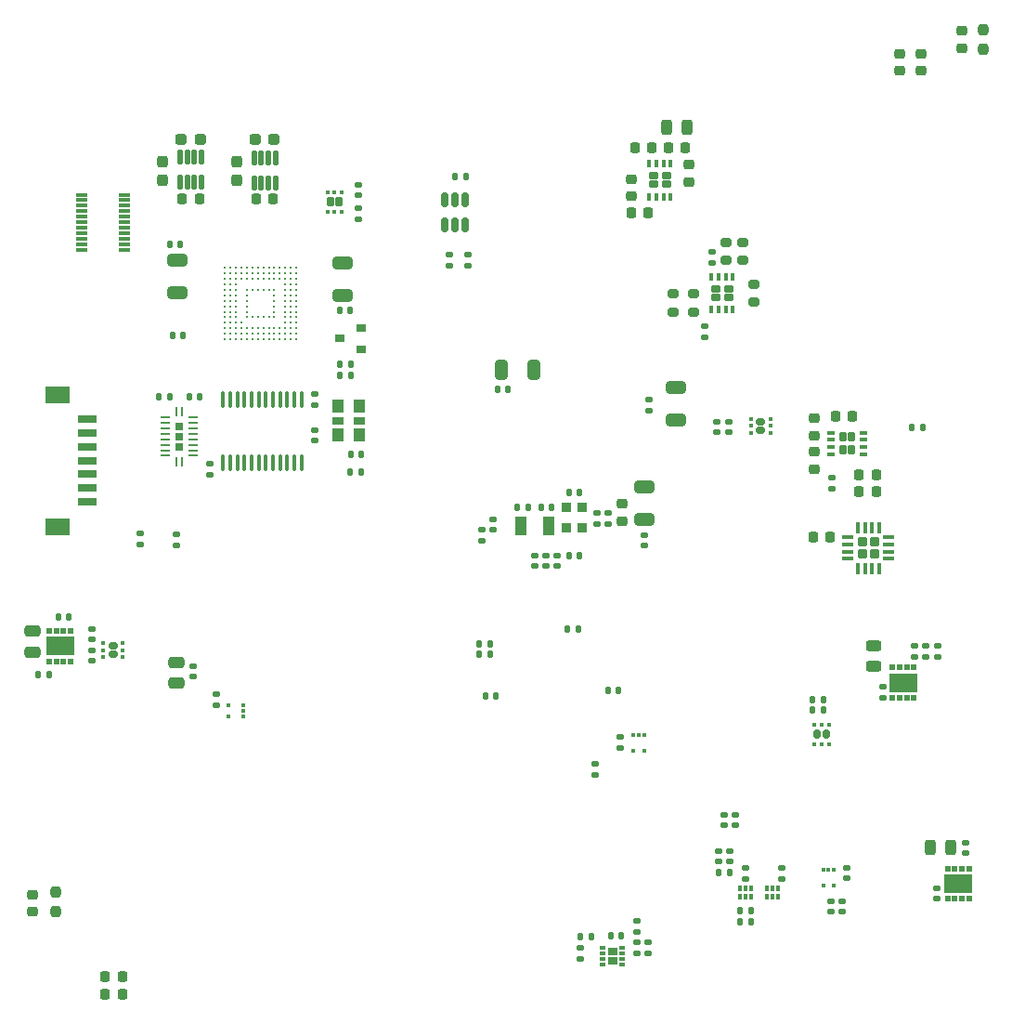
<source format=gbp>
G04 #@! TF.GenerationSoftware,KiCad,Pcbnew,7.0.0-da2b9df05c~171~ubuntu22.04.1*
G04 #@! TF.CreationDate,2023-04-04T23:18:37+03:00*
G04 #@! TF.ProjectId,satnogs-comms,7361746e-6f67-4732-9d63-6f6d6d732e6b,rev?*
G04 #@! TF.SameCoordinates,PX4eb9cf0PY82ce540*
G04 #@! TF.FileFunction,Paste,Bot*
G04 #@! TF.FilePolarity,Positive*
%FSLAX46Y46*%
G04 Gerber Fmt 4.6, Leading zero omitted, Abs format (unit mm)*
G04 Created by KiCad (PCBNEW 7.0.0-da2b9df05c~171~ubuntu22.04.1) date 2023-04-04 23:18:37*
%MOMM*%
%LPD*%
G01*
G04 APERTURE LIST*
G04 Aperture macros list*
%AMRoundRect*
0 Rectangle with rounded corners*
0 $1 Rounding radius*
0 $2 $3 $4 $5 $6 $7 $8 $9 X,Y pos of 4 corners*
0 Add a 4 corners polygon primitive as box body*
4,1,4,$2,$3,$4,$5,$6,$7,$8,$9,$2,$3,0*
0 Add four circle primitives for the rounded corners*
1,1,$1+$1,$2,$3*
1,1,$1+$1,$4,$5*
1,1,$1+$1,$6,$7*
1,1,$1+$1,$8,$9*
0 Add four rect primitives between the rounded corners*
20,1,$1+$1,$2,$3,$4,$5,0*
20,1,$1+$1,$4,$5,$6,$7,0*
20,1,$1+$1,$6,$7,$8,$9,0*
20,1,$1+$1,$8,$9,$2,$3,0*%
%AMOutline4P*
0 Free polygon, 4 corners , with rotation*
0 The origin of the aperture is its center*
0 number of corners: always 4*
0 $1 to $8 corner X, Y*
0 $9 Rotation angle, in degrees counterclockwise*
0 create outline with 4 corners*
4,1,4,$1,$2,$3,$4,$5,$6,$7,$8,$1,$2,$9*%
G04 Aperture macros list end*
%ADD10RoundRect,0.147500X0.172500X-0.147500X0.172500X0.147500X-0.172500X0.147500X-0.172500X-0.147500X0*%
%ADD11RoundRect,0.147500X-0.147500X-0.172500X0.147500X-0.172500X0.147500X0.172500X-0.147500X0.172500X0*%
%ADD12RoundRect,0.212500X-0.212500X-0.212500X0.212500X-0.212500X0.212500X0.212500X-0.212500X0.212500X0*%
%ADD13RoundRect,0.087500X-0.425000X-0.087500X0.425000X-0.087500X0.425000X0.087500X-0.425000X0.087500X0*%
%ADD14RoundRect,0.087500X-0.087500X-0.425000X0.087500X-0.425000X0.087500X0.425000X-0.087500X0.425000X0*%
%ADD15RoundRect,0.218750X-0.218750X-0.256250X0.218750X-0.256250X0.218750X0.256250X-0.218750X0.256250X0*%
%ADD16RoundRect,0.237500X0.287500X0.237500X-0.287500X0.237500X-0.287500X-0.237500X0.287500X-0.237500X0*%
%ADD17RoundRect,0.237500X0.237500X-0.287500X0.237500X0.287500X-0.237500X0.287500X-0.237500X-0.287500X0*%
%ADD18C,0.240000*%
%ADD19RoundRect,0.218750X0.256250X-0.218750X0.256250X0.218750X-0.256250X0.218750X-0.256250X-0.218750X0*%
%ADD20RoundRect,0.218750X0.218750X0.256250X-0.218750X0.256250X-0.218750X-0.256250X0.218750X-0.256250X0*%
%ADD21RoundRect,0.150000X-0.315000X0.150000X-0.315000X-0.150000X0.315000X-0.150000X0.315000X0.150000X0*%
%ADD22RoundRect,0.075000X-0.075000X0.275000X-0.075000X-0.275000X0.075000X-0.275000X0.075000X0.275000X0*%
%ADD23RoundRect,0.147500X0.147500X0.172500X-0.147500X0.172500X-0.147500X-0.172500X0.147500X-0.172500X0*%
%ADD24RoundRect,0.250000X-0.650000X0.325000X-0.650000X-0.325000X0.650000X-0.325000X0.650000X0.325000X0*%
%ADD25RoundRect,0.147500X-0.172500X0.147500X-0.172500X-0.147500X0.172500X-0.147500X0.172500X0.147500X0*%
%ADD26RoundRect,0.250000X0.325000X0.650000X-0.325000X0.650000X-0.325000X-0.650000X0.325000X-0.650000X0*%
%ADD27RoundRect,0.218750X-0.256250X0.218750X-0.256250X-0.218750X0.256250X-0.218750X0.256250X0.218750X0*%
%ADD28R,1.000000X1.800000*%
%ADD29RoundRect,0.250000X0.650000X-0.325000X0.650000X0.325000X-0.650000X0.325000X-0.650000X-0.325000X0*%
%ADD30R,0.470000X0.560000*%
%ADD31R,2.520000X1.700000*%
%ADD32RoundRect,0.243750X0.243750X0.456250X-0.243750X0.456250X-0.243750X-0.456250X0.243750X-0.456250X0*%
%ADD33RoundRect,0.140000X0.140000X0.170000X-0.140000X0.170000X-0.140000X-0.170000X0.140000X-0.170000X0*%
%ADD34RoundRect,0.135000X-0.135000X-0.185000X0.135000X-0.185000X0.135000X0.185000X-0.135000X0.185000X0*%
%ADD35RoundRect,0.135000X-0.185000X0.135000X-0.185000X-0.135000X0.185000X-0.135000X0.185000X0.135000X0*%
%ADD36RoundRect,0.160000X0.245000X0.160000X-0.245000X0.160000X-0.245000X-0.160000X0.245000X-0.160000X0*%
%ADD37RoundRect,0.093750X0.093750X0.106250X-0.093750X0.106250X-0.093750X-0.106250X0.093750X-0.106250X0*%
%ADD38RoundRect,0.160000X0.160000X-0.245000X0.160000X0.245000X-0.160000X0.245000X-0.160000X-0.245000X0*%
%ADD39RoundRect,0.093750X0.106250X-0.093750X0.106250X0.093750X-0.106250X0.093750X-0.106250X-0.093750X0*%
%ADD40R,0.300000X0.450000*%
%ADD41RoundRect,0.243750X-0.456250X0.243750X-0.456250X-0.243750X0.456250X-0.243750X0.456250X0.243750X0*%
%ADD42RoundRect,0.135000X0.185000X-0.135000X0.185000X0.135000X-0.185000X0.135000X-0.185000X-0.135000X0*%
%ADD43RoundRect,0.150000X-0.150000X-0.315000X0.150000X-0.315000X0.150000X0.315000X-0.150000X0.315000X0*%
%ADD44RoundRect,0.075000X-0.275000X-0.075000X0.275000X-0.075000X0.275000X0.075000X-0.275000X0.075000X0*%
%ADD45RoundRect,0.140000X0.170000X-0.140000X0.170000X0.140000X-0.170000X0.140000X-0.170000X-0.140000X0*%
%ADD46R,0.300000X0.520000*%
%ADD47R,0.300000X0.490000*%
%ADD48R,0.850000X0.650000*%
%ADD49R,0.500000X0.300000*%
%ADD50RoundRect,0.243750X-0.243750X-0.456250X0.243750X-0.456250X0.243750X0.456250X-0.243750X0.456250X0*%
%ADD51R,1.800000X0.700000*%
%ADD52R,2.200000X1.600000*%
%ADD53R,0.900000X0.800000*%
%ADD54RoundRect,0.135000X0.135000X0.185000X-0.135000X0.185000X-0.135000X-0.185000X0.135000X-0.185000X0*%
%ADD55RoundRect,0.100000X-0.100000X0.637500X-0.100000X-0.637500X0.100000X-0.637500X0.100000X0.637500X0*%
%ADD56RoundRect,0.125000X0.125000X-0.537500X0.125000X0.537500X-0.125000X0.537500X-0.125000X-0.537500X0*%
%ADD57R,0.450000X0.300000*%
%ADD58RoundRect,0.250000X-0.475000X0.250000X-0.475000X-0.250000X0.475000X-0.250000X0.475000X0.250000X0*%
%ADD59RoundRect,0.237500X-0.237500X0.250000X-0.237500X-0.250000X0.237500X-0.250000X0.237500X0.250000X0*%
%ADD60RoundRect,0.172500X0.172500X-0.262500X0.172500X0.262500X-0.172500X0.262500X-0.172500X-0.262500X0*%
%ADD61RoundRect,0.237500X0.237500X-0.250000X0.237500X0.250000X-0.237500X0.250000X-0.237500X-0.250000X0*%
%ADD62RoundRect,0.200000X0.275000X-0.200000X0.275000X0.200000X-0.275000X0.200000X-0.275000X-0.200000X0*%
%ADD63RoundRect,0.200000X-0.275000X0.200000X-0.275000X-0.200000X0.275000X-0.200000X0.275000X0.200000X0*%
%ADD64RoundRect,0.225000X-0.225000X-0.250000X0.225000X-0.250000X0.225000X0.250000X-0.225000X0.250000X0*%
%ADD65R,1.000000X0.300000*%
%ADD66RoundRect,0.140000X-0.140000X-0.170000X0.140000X-0.170000X0.140000X0.170000X-0.140000X0.170000X0*%
%ADD67RoundRect,0.225000X-0.250000X0.225000X-0.250000X-0.225000X0.250000X-0.225000X0.250000X0.225000X0*%
%ADD68Outline4P,-0.450000X-0.400000X0.450000X-0.400000X0.450000X0.400000X-0.450000X0.400000X270.000000*%
%ADD69RoundRect,0.225000X0.250000X-0.225000X0.250000X0.225000X-0.250000X0.225000X-0.250000X-0.225000X0*%
%ADD70RoundRect,0.140000X-0.170000X0.140000X-0.170000X-0.140000X0.170000X-0.140000X0.170000X0.140000X0*%
%ADD71R,0.800000X0.800000*%
%ADD72R,0.240000X0.900000*%
%ADD73R,0.900000X0.240000*%
%ADD74R,1.000000X1.300000*%
%ADD75R,1.000000X0.700000*%
%ADD76RoundRect,0.150000X-0.150000X0.512500X-0.150000X-0.512500X0.150000X-0.512500X0.150000X0.512500X0*%
G04 APERTURE END LIST*
D10*
X43865800Y43609400D03*
X43865800Y44579400D03*
D11*
X50797600Y41275000D03*
X51767600Y41275000D03*
D12*
X77604500Y42504500D03*
X77604500Y41454500D03*
X78654500Y42504500D03*
X78654500Y41454500D03*
D13*
X76267000Y41004500D03*
X76267000Y41654500D03*
X76267000Y42304500D03*
X76267000Y42954500D03*
D14*
X77154500Y43842000D03*
X77804500Y43842000D03*
X78454500Y43842000D03*
X79104500Y43842000D03*
D13*
X79992000Y42954500D03*
X79992000Y42304500D03*
X79992000Y41654500D03*
X79992000Y41004500D03*
D14*
X79104500Y40117000D03*
X78454500Y40117000D03*
X77804500Y40117000D03*
X77154500Y40117000D03*
D15*
X15514500Y73772600D03*
X17089500Y73772600D03*
D16*
X23933500Y79172600D03*
X22183500Y79172600D03*
D17*
X20508500Y75452000D03*
X20508500Y77202000D03*
D16*
X17177000Y79172600D03*
X15427000Y79172600D03*
D17*
X13752000Y75447600D03*
X13752000Y77197600D03*
D15*
X22271000Y73772600D03*
X23846000Y73772600D03*
D18*
X19438000Y60996400D03*
X20438000Y60996400D03*
X20938000Y60996400D03*
X21438000Y60996400D03*
X21938000Y60996400D03*
X22438000Y60996400D03*
X22938000Y60996400D03*
X23438000Y60996400D03*
X23938000Y60996400D03*
X24438000Y60996400D03*
X24938000Y60996400D03*
X25438000Y60996400D03*
X25938000Y60996400D03*
X19438000Y61496400D03*
X19938000Y61496400D03*
X19938000Y60996400D03*
X20438000Y61496400D03*
X20938000Y61496400D03*
X21438000Y61496400D03*
X21938000Y61496400D03*
X22438000Y61496400D03*
X22938000Y61496400D03*
X23438000Y61496400D03*
X23938000Y61496400D03*
X24438000Y61496400D03*
X24938000Y61496400D03*
X25438000Y61496400D03*
X25938000Y61496400D03*
X19438000Y61996400D03*
X19938000Y61996400D03*
X20438000Y61996400D03*
X20938000Y62496400D03*
X20938000Y61996400D03*
X21438000Y61996400D03*
X21938000Y61996400D03*
X22438000Y61996400D03*
X22938000Y61996400D03*
X23438000Y61996400D03*
X23938000Y61996400D03*
X24438000Y61996400D03*
X24938000Y61996400D03*
X25438000Y61996400D03*
X25938000Y61996400D03*
X19438000Y62496400D03*
X19938000Y62496400D03*
X20438000Y62496400D03*
X24938000Y62496400D03*
X25438000Y62496400D03*
X25938000Y62496400D03*
X19438000Y62996400D03*
X19938000Y62996400D03*
X20438000Y62996400D03*
X21438000Y62996400D03*
X21938000Y62996400D03*
X22438000Y62996400D03*
X22938000Y62996400D03*
X23438000Y62996400D03*
X23938000Y62996400D03*
X24938000Y62996400D03*
X25438000Y62996400D03*
X25938000Y62996400D03*
X19438000Y63496400D03*
X19938000Y63496400D03*
X20438000Y63496400D03*
X21438000Y63496400D03*
X23938000Y63496400D03*
X24938000Y63496400D03*
X25438000Y63496400D03*
X25938000Y63496400D03*
X19438000Y63996400D03*
X19938000Y63996400D03*
X20438000Y63996400D03*
X21438000Y63996400D03*
X23938000Y63996400D03*
X24938000Y63996400D03*
X25438000Y63996400D03*
X25938000Y63996400D03*
X19438000Y64496400D03*
X19938000Y64496400D03*
X20438000Y64496400D03*
X21438000Y64496400D03*
X23938000Y64496400D03*
X24938000Y64496400D03*
X25438000Y64496400D03*
X25938000Y64496400D03*
X19438000Y64996400D03*
X19938000Y64996400D03*
X20438000Y64996400D03*
X21438000Y64996400D03*
X23938000Y64996400D03*
X24938000Y64996400D03*
X25438000Y64996400D03*
X25938000Y64996400D03*
X19438000Y65496400D03*
X19938000Y65496400D03*
X20438000Y65496400D03*
X21438000Y65496400D03*
X21938000Y65496400D03*
X22438000Y65496400D03*
X22938000Y65496400D03*
X23438000Y65496400D03*
X23938000Y65496400D03*
X24938000Y65496400D03*
X25438000Y65496400D03*
X25938000Y65496400D03*
X19438000Y65996400D03*
X19938000Y65996400D03*
X20438000Y65996400D03*
X24938000Y65996400D03*
X25438000Y65996400D03*
X25938000Y65996400D03*
X19438000Y66496400D03*
X19938000Y66496400D03*
X20438000Y66496400D03*
X20938000Y66496400D03*
X21438000Y66496400D03*
X21938000Y66496400D03*
X22438000Y66496400D03*
X22938000Y66496400D03*
X23438000Y66496400D03*
X23938000Y66496400D03*
X24438000Y66496400D03*
X24938000Y66496400D03*
X25438000Y66496400D03*
X25938000Y66496400D03*
X19438000Y66996400D03*
X19938000Y67496400D03*
X19938000Y66996400D03*
X20438000Y66996400D03*
X20938000Y66996400D03*
X21438000Y66996400D03*
X21938000Y66996400D03*
X22438000Y66996400D03*
X22938000Y66996400D03*
X23438000Y66996400D03*
X23938000Y66996400D03*
X24438000Y66996400D03*
X24938000Y66996400D03*
X25438000Y66996400D03*
X25938000Y66996400D03*
X19438000Y67496400D03*
X20438000Y67496400D03*
X20938000Y67496400D03*
X21438000Y67496400D03*
X21938000Y67496400D03*
X22438000Y67496400D03*
X22938000Y67496400D03*
X23438000Y67496400D03*
X23938000Y67496400D03*
X24438000Y67496400D03*
X24938000Y67496400D03*
X25438000Y67496400D03*
X25938000Y67496400D03*
D15*
X56810200Y78414900D03*
X58385200Y78414900D03*
D19*
X56489600Y74015500D03*
X56489600Y75590500D03*
D20*
X58064500Y72491600D03*
X56489500Y72491600D03*
X61433200Y78414900D03*
X59858200Y78414900D03*
D21*
X59688700Y75869900D03*
X58538700Y75869900D03*
X59688700Y75119900D03*
X58538700Y75119900D03*
D22*
X58138700Y76994900D03*
X58788700Y76994900D03*
X59438700Y76994900D03*
X60088700Y76994900D03*
X60088700Y73994900D03*
X59438700Y73994900D03*
X58788700Y73994900D03*
X58138700Y73994900D03*
D19*
X61722000Y75310900D03*
X61722000Y76885900D03*
D23*
X15618600Y61301200D03*
X14648600Y61301200D03*
D11*
X29888600Y63638000D03*
X30858600Y63638000D03*
D24*
X15133600Y68211800D03*
X15133600Y65261800D03*
D25*
X58089800Y55476000D03*
X58089800Y54506000D03*
D11*
X14420000Y69607000D03*
X15390000Y69607000D03*
D24*
X30145000Y67959600D03*
X30145000Y65009600D03*
D25*
X57658000Y43157000D03*
X57658000Y42187000D03*
D10*
X42875200Y42646600D03*
X42875200Y43616600D03*
D11*
X44297600Y56438800D03*
X45267600Y56438800D03*
D24*
X60528200Y56593000D03*
X60528200Y53643000D03*
D26*
X47626800Y58166000D03*
X44676800Y58166000D03*
D27*
X55659400Y45982100D03*
X55659400Y44407100D03*
D25*
X27635200Y55984000D03*
X27635200Y55014000D03*
D28*
X46425799Y44001999D03*
X48925799Y44001999D03*
D11*
X50823000Y46990000D03*
X51793000Y46990000D03*
D23*
X49227600Y45702000D03*
X48257600Y45702000D03*
D10*
X54406800Y44168200D03*
X54406800Y45138200D03*
D25*
X53390800Y45138200D03*
X53390800Y44168200D03*
D29*
X57658000Y44549800D03*
X57658000Y47499800D03*
D25*
X47726600Y41277400D03*
X47726600Y40307400D03*
D23*
X47094000Y45702000D03*
X46124000Y45702000D03*
D25*
X49758600Y41277400D03*
X49758600Y40307400D03*
X48742600Y41277400D03*
X48742600Y40307400D03*
D15*
X73075700Y42951400D03*
X74650700Y42951400D03*
D30*
X3399599Y34399999D03*
X4049599Y34399999D03*
X4699599Y34399999D03*
X5349599Y34399999D03*
X5349599Y31659999D03*
X4699599Y31659999D03*
X4049599Y31659999D03*
X3399599Y31659999D03*
D31*
X4399999Y33029999D03*
D23*
X3400000Y30460000D03*
X2430000Y30460000D03*
D11*
X4257320Y35671760D03*
X5227320Y35671760D03*
D32*
X61600600Y80270100D03*
X59725600Y80270100D03*
D33*
X55559900Y6629400D03*
X54599900Y6629400D03*
D34*
X51852100Y6540500D03*
X52872100Y6540500D03*
D35*
X51854100Y5577300D03*
X51854100Y4557300D03*
D10*
X74701400Y8839200D03*
X74701400Y9809200D03*
X75692000Y8839200D03*
X75692000Y9809200D03*
D25*
X7315200Y34584500D03*
X7315200Y33614500D03*
D10*
X7315200Y31684100D03*
X7315200Y32654100D03*
D36*
X9237800Y32262600D03*
X9237800Y33062600D03*
D37*
X10125300Y33312600D03*
X10125300Y32662600D03*
X10125300Y32012600D03*
X8350300Y32012600D03*
X8350300Y32662600D03*
X8350300Y33312600D03*
D10*
X64452500Y13383400D03*
X64452500Y14353400D03*
X65963800Y16685400D03*
X65963800Y17655400D03*
D11*
X64475500Y12395200D03*
X65445500Y12395200D03*
D25*
X65468500Y14353400D03*
X65468500Y13383400D03*
D10*
X64947800Y16685400D03*
X64947800Y17655400D03*
D38*
X73458700Y25007300D03*
X74258700Y25007300D03*
D39*
X74508700Y24119800D03*
X73858700Y24119800D03*
X73208700Y24119800D03*
X73208700Y25894800D03*
X73858700Y25894800D03*
X74508700Y25894800D03*
D11*
X73048000Y27178000D03*
X74018000Y27178000D03*
X73048000Y28168600D03*
X74018000Y28168600D03*
D30*
X85337199Y12747599D03*
X85987199Y12747599D03*
X86637199Y12747599D03*
X87287199Y12747599D03*
X87287199Y10007599D03*
X86637199Y10007599D03*
X85987199Y10007599D03*
X85337199Y10007599D03*
D31*
X86337599Y11377599D03*
D10*
X84391500Y10024320D03*
X84391500Y10994320D03*
X86944200Y14179620D03*
X86944200Y15149620D03*
D40*
X56675399Y24931599D03*
X57175399Y24931599D03*
X57675399Y24931599D03*
X57675399Y23531599D03*
X56675399Y23531599D03*
D23*
X55323600Y28956000D03*
X54353600Y28956000D03*
X51666000Y34544000D03*
X50696000Y34544000D03*
D11*
X42618800Y33248600D03*
X43588800Y33248600D03*
X42618800Y32258000D03*
X43588800Y32258000D03*
X43175200Y28448000D03*
X44145200Y28448000D03*
D23*
X67414000Y8890000D03*
X66444000Y8890000D03*
D11*
X66444000Y7899400D03*
X67414000Y7899400D03*
D10*
X79451200Y28333700D03*
X79451200Y29303700D03*
X82296000Y32077800D03*
X82296000Y33047800D03*
D41*
X78613000Y33068500D03*
X78613000Y31193500D03*
D30*
X80330599Y31080099D03*
X80980599Y31080099D03*
X81630599Y31080099D03*
X82280599Y31080099D03*
X82280599Y28340099D03*
X81630599Y28340099D03*
X80980599Y28340099D03*
X80330599Y28340099D03*
D31*
X81330999Y29710099D03*
D10*
X83350100Y32077800D03*
X83350100Y33047800D03*
X84416900Y32077800D03*
X84416900Y33047800D03*
X53220000Y21315000D03*
X53220000Y22285000D03*
D25*
X55499000Y24744400D03*
X55499000Y23774400D03*
D35*
X57023000Y6072600D03*
X57023000Y5052600D03*
X57023000Y8003000D03*
X57023000Y6983000D03*
D42*
X58013600Y5052600D03*
X58013600Y6072600D03*
D36*
X68300000Y52700000D03*
X68300000Y53500000D03*
D37*
X69187500Y53750000D03*
X69187500Y53100000D03*
X69187500Y52450000D03*
X67412500Y52450000D03*
X67412500Y53100000D03*
X67412500Y53750000D03*
D10*
X65350000Y52515000D03*
X65350000Y53485000D03*
X64300000Y52515000D03*
X64300000Y53485000D03*
D19*
X73152000Y49187000D03*
X73152000Y50762000D03*
D20*
X78829000Y48641000D03*
X77254000Y48641000D03*
D15*
X77254000Y47117000D03*
X78829000Y47117000D03*
D27*
X73152000Y53810000D03*
X73152000Y52235000D03*
D43*
X75825000Y52073500D03*
X75825000Y50923500D03*
X76575000Y52073500D03*
X76575000Y50923500D03*
D44*
X74700000Y50523500D03*
X74700000Y51173500D03*
X74700000Y51823500D03*
X74700000Y52473500D03*
X77700000Y52473500D03*
X77700000Y51823500D03*
X77700000Y51173500D03*
X77700000Y50523500D03*
D20*
X76677500Y54016500D03*
X75102500Y54016500D03*
D25*
X74752200Y48364000D03*
X74752200Y47394000D03*
D45*
X66941700Y11839000D03*
X66941700Y12799000D03*
X76133200Y11861800D03*
X76133200Y12821800D03*
D46*
X69854699Y10186199D03*
X69354699Y10186199D03*
X68854699Y10186199D03*
D47*
X68854699Y10936199D03*
X69354699Y10936199D03*
X69854699Y10936199D03*
D48*
X54775099Y4363099D03*
X54775099Y5238099D03*
D49*
X55675099Y5550599D03*
X55675099Y5050599D03*
X55675099Y4550599D03*
X55675099Y4050599D03*
X53875099Y4050599D03*
X53875099Y4550599D03*
X53875099Y5050599D03*
X53875099Y5550599D03*
D40*
X73990199Y12626799D03*
X74490199Y12626799D03*
X74990199Y12626799D03*
X74990199Y11226799D03*
X73990199Y11226799D03*
D46*
X67441699Y10186199D03*
X66941699Y10186199D03*
X66441699Y10186199D03*
D47*
X66441699Y10936199D03*
X66941699Y10936199D03*
X67441699Y10936199D03*
D45*
X70256400Y11839000D03*
X70256400Y12799000D03*
D50*
X83746100Y14690020D03*
X85621100Y14690020D03*
D45*
X27635200Y51742400D03*
X27635200Y52702400D03*
D51*
X6908799Y46186399D03*
X6908799Y47436399D03*
X6908799Y48686399D03*
X6908799Y49936399D03*
X6908799Y51186399D03*
X6908799Y52436399D03*
X6908799Y53686399D03*
D52*
X4208799Y43936399D03*
X4208799Y55936399D03*
D53*
X31890999Y62012399D03*
X31890999Y60112399D03*
X29890999Y61062399D03*
D34*
X29891000Y57669000D03*
X30911000Y57669000D03*
D54*
X30911000Y58685000D03*
X29891000Y58685000D03*
D55*
X19280200Y55476900D03*
X19930200Y55476900D03*
X20580200Y55476900D03*
X21230200Y55476900D03*
X21880200Y55476900D03*
X22530200Y55476900D03*
X23180200Y55476900D03*
X23830200Y55476900D03*
X24480200Y55476900D03*
X25130200Y55476900D03*
X25780200Y55476900D03*
X26430200Y55476900D03*
X26430200Y49751900D03*
X25780200Y49751900D03*
X25130200Y49751900D03*
X24480200Y49751900D03*
X23830200Y49751900D03*
X23180200Y49751900D03*
X22530200Y49751900D03*
X21880200Y49751900D03*
X21230200Y49751900D03*
X20580200Y49751900D03*
X19930200Y49751900D03*
X19280200Y49751900D03*
D42*
X18029200Y48599200D03*
X18029200Y49619200D03*
D56*
X24050000Y75262500D03*
X23400000Y75262500D03*
X22750000Y75262500D03*
X22100000Y75262500D03*
X22100000Y77537500D03*
X22750000Y77537500D03*
X23400000Y77537500D03*
X24050000Y77537500D03*
X17300000Y75287500D03*
X16650000Y75287500D03*
X16000000Y75287500D03*
X15350000Y75287500D03*
X15350000Y77562500D03*
X16000000Y77562500D03*
X16650000Y77562500D03*
X17300000Y77562500D03*
D57*
X21129999Y27659999D03*
X21129999Y27159999D03*
X21129999Y26659999D03*
X19729999Y26659999D03*
X19729999Y27659999D03*
D45*
X31567400Y71946400D03*
X31567400Y72906400D03*
D58*
X15011400Y31557000D03*
X15011400Y29657000D03*
D59*
X88550000Y89212500D03*
X88550000Y87387500D03*
D60*
X29033800Y73518600D03*
X29833800Y73518600D03*
D39*
X30083800Y72631100D03*
X29433800Y72631100D03*
X28783800Y72631100D03*
X28783800Y74406100D03*
X29433800Y74406100D03*
X30083800Y74406100D03*
D61*
X4000000Y8837500D03*
X4000000Y10662500D03*
D54*
X31879000Y48869600D03*
X30859000Y48869600D03*
D62*
X62179200Y63462400D03*
X62179200Y65112400D03*
D58*
X1850000Y34410000D03*
X1850000Y32510000D03*
D34*
X82090000Y53000000D03*
X83110000Y53000000D03*
D63*
X65125600Y69849000D03*
X65125600Y68199000D03*
D45*
X31567400Y74130800D03*
X31567400Y75090800D03*
D42*
X15000000Y42240000D03*
X15000000Y43260000D03*
D64*
X8525000Y2950000D03*
X10075000Y2950000D03*
D21*
X65357600Y65551400D03*
X64207600Y65551400D03*
X65357600Y64801400D03*
X64207600Y64801400D03*
D22*
X63807600Y66676400D03*
X64457600Y66676400D03*
X65107600Y66676400D03*
X65757600Y66676400D03*
X65757600Y63676400D03*
X65107600Y63676400D03*
X64457600Y63676400D03*
X63807600Y63676400D03*
D65*
X6350999Y74164399D03*
X10250999Y74164399D03*
X6350999Y73664399D03*
X10250999Y73664399D03*
X6350999Y73164399D03*
X10250999Y73164399D03*
X6350999Y72664399D03*
X10250999Y72664399D03*
X6350999Y72164399D03*
X10250999Y72164399D03*
X6350999Y71664399D03*
X10250999Y71664399D03*
X6350999Y71164399D03*
X10250999Y71164399D03*
X6350999Y70664399D03*
X10250999Y70664399D03*
X6350999Y70164399D03*
X10250999Y70164399D03*
X6350999Y69664399D03*
X10250999Y69664399D03*
X6350999Y69164399D03*
X10250999Y69164399D03*
D62*
X67700000Y64351400D03*
X67700000Y66001400D03*
D63*
X60299600Y65112400D03*
X60299600Y63462400D03*
X66624200Y69849000D03*
X66624200Y68199000D03*
D66*
X30917000Y50469800D03*
X31877000Y50469800D03*
D67*
X86600000Y89075000D03*
X86600000Y87525000D03*
D68*
X52033000Y45654400D03*
X52033000Y43804400D03*
X50583000Y43804400D03*
X50583000Y45654400D03*
D66*
X40439400Y75844400D03*
X41399400Y75844400D03*
X13434400Y55764000D03*
X14394400Y55764000D03*
D42*
X63830200Y67943000D03*
X63830200Y68963000D03*
D69*
X1900000Y8825000D03*
X1900000Y10375000D03*
D35*
X63225000Y62210000D03*
X63225000Y61190000D03*
D70*
X16510000Y31239400D03*
X16510000Y30279400D03*
D71*
X15260599Y51181799D03*
X15260599Y52131799D03*
X15260599Y53081799D03*
D72*
X15510599Y54431799D03*
D73*
X16560599Y53881799D03*
X16560599Y53381799D03*
X16560599Y52881799D03*
X16560599Y52381799D03*
X16560599Y51881799D03*
X16560599Y51381799D03*
X16560599Y50881799D03*
X16560599Y50381799D03*
D72*
X15510599Y49831799D03*
X15010599Y49831799D03*
D73*
X13960599Y50381799D03*
X13960599Y50881799D03*
X13960599Y51381799D03*
X13960599Y51881799D03*
X13960599Y52381799D03*
X13960599Y52881799D03*
X13960599Y53381799D03*
X13960599Y53881799D03*
D72*
X15010599Y54431799D03*
D66*
X16203000Y55764000D03*
X17163000Y55764000D03*
D45*
X39878000Y67719000D03*
X39878000Y68679000D03*
D67*
X81000000Y87025000D03*
X81000000Y85475000D03*
D74*
X29774999Y52274999D03*
D75*
X29774999Y53574999D03*
D74*
X29774999Y54874999D03*
X31674999Y54874999D03*
D75*
X31674999Y53574999D03*
D74*
X31674999Y52274999D03*
D70*
X18670000Y28630000D03*
X18670000Y27670000D03*
D64*
X8525000Y1300000D03*
X10075000Y1300000D03*
D42*
X11750000Y42290000D03*
X11750000Y43310000D03*
D76*
X39486800Y73730700D03*
X40436800Y73730700D03*
X41386800Y73730700D03*
X41386800Y71455700D03*
X40436800Y71455700D03*
X39486800Y71455700D03*
D45*
X41630600Y67719000D03*
X41630600Y68679000D03*
D67*
X82900000Y87025000D03*
X82900000Y85475000D03*
M02*

</source>
